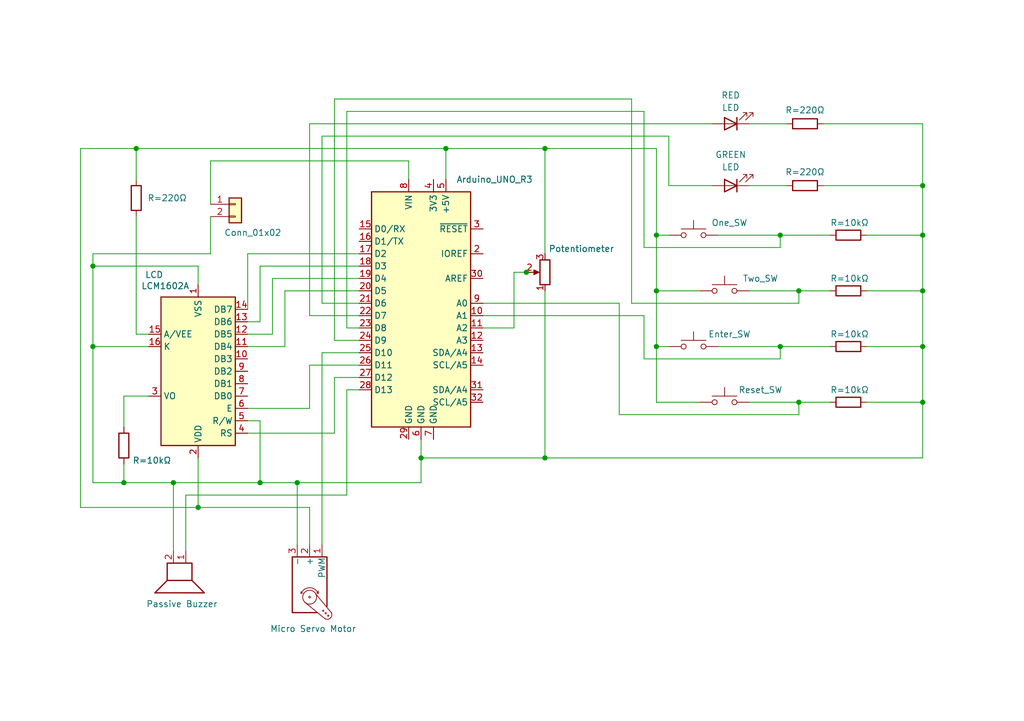
<source format=kicad_sch>
(kicad_sch (version 20250114) (generator "eeschema") (generator_version "9.0")
  (paper "A5")
  (title_block (title "Arduino Dual-Lock Safe") (date "2025/12/04") (company "Tomoya Y"))
  (lib_symbols
    (symbol "Connector_Generic:Conn_01x02" (pin_names (offset 1.016) (hide yes))
      (property "Reference" "J" (at 0 2.54 0))
      (property "Value" "Conn_01x02" (at 0 -5.08 0))
      (symbol "Conn_01x02_1_1"
        (rectangle (start -1.27 1.27) (end 1.27 -3.81) (stroke (width 0.254)) (fill (type background)))
        (rectangle (start -1.27 0.127) (end 0 -0.127) (stroke (width 0.1524)))
        (rectangle (start -1.27 -2.413) (end 0 -2.667) (stroke (width 0.1524)))
        (pin passive line (at -5.08 0 0) (length 3.81) (name "Pin_1") (number "1"))
        (pin passive line (at -5.08 -2.54 0) (length 3.81) (name "Pin_2") (number "2"))
      )
    )
    (symbol "Device:LED" (pin_numbers (hide yes)) (pin_names (offset 1.016) (hide yes))
      (property "Reference" "D" (at 0 2.54 0))
      (property "Value" "LED" (at 0 -2.54 0))
      (symbol "LED_0_1"
        (polyline (pts (xy -3.048 -0.762) (xy -4.572 -2.286) (xy -3.81 -2.286) (xy -4.572 -2.286) (xy -4.572 -1.524)))
        (polyline (pts (xy -1.778 -0.762) (xy -3.302 -2.286) (xy -2.54 -2.286) (xy -3.302 -2.286) (xy -3.302 -1.524)))
        (polyline (pts (xy -1.27 0) (xy 1.27 0)))
        (polyline (pts (xy -1.27 -1.27) (xy -1.27 1.27)) (stroke (width 0.254)))
        (polyline (pts (xy 1.27 -1.27) (xy 1.27 1.27) (xy -1.27 0) (xy 1.27 -1.27)) (stroke (width 0.254)))
      )
      (symbol "LED_1_1"
        (pin passive line (at -3.81 0 0) (length 2.54) (name "K") (number "1"))
        (pin passive line (at 3.81 0 180) (length 2.54) (name "A") (number "2"))
      )
    )
    (symbol "Device:R" (pin_numbers (hide yes)) (pin_names (offset 0))
      (property "Reference" "R" (at 2.032 0 90))
      (property "Value" "R" (at 0 0 90))
      (symbol "R_0_1"
        (rectangle (start -1.016 -2.54) (end 1.016 2.54) (stroke (width 0.254)))
      )
      (symbol "R_1_1"
        (pin passive line (at 0 3.81 270) (length 1.27) (name "~") (number "1"))
        (pin passive line (at 0 -3.81 90) (length 1.27) (name "~") (number "2"))
      )
    )
    (symbol "Device:R_Potentiometer" (pin_names (offset 1.016) (hide yes))
      (property "Reference" "RV" (at -4.445 0 90))
      (property "Value" "R_Potentiometer" (at -2.54 0 90))
      (symbol "R_Potentiometer_0_1"
        (rectangle (start 1.016 2.54) (end -1.016 -2.54) (stroke (width 0.254)))
        (polyline (pts (xy 1.143 0) (xy 2.286 0.508) (xy 2.286 -0.508) (xy 1.143 0)) (fill (type outline)))
        (polyline (pts (xy 2.54 0) (xy 1.524 0)))
      )
      (symbol "R_Potentiometer_1_1"
        (pin passive line (at 0 3.81 270) (length 1.27) (name "1") (number "1"))
        (pin passive line (at 0 -3.81 90) (length 1.27) (name "3") (number "3"))
        (pin passive line (at 3.81 0 180) (length 1.27) (name "2") (number "2"))
      )
    )
    (symbol "Device:Speaker" (pin_names (offset 0) (hide yes))
      (property "Reference" "LS" (at 1.27 5.715 0))
      (property "Value" "Speaker" (at 1.27 3.81 0))
      (symbol "Speaker_0_0"
        (rectangle (start -2.54 1.27) (end 1.016 -3.81) (stroke (width 0.254)))
        (polyline (pts (xy 1.016 1.27) (xy 3.556 3.81) (xy 3.556 -6.35) (xy 1.016 -3.81)) (stroke (width 0.254)))
      )
      (symbol "Speaker_1_1"
        (pin input line (at -5.08 0 0) (length 2.54) (name "1") (number "1"))
        (pin input line (at -5.08 -2.54 0) (length 2.54) (name "2") (number "2"))
      )
    )
    (symbol "Display_Character:RC1602A"
      (property "Reference" "U" (at -6.35 16.51 0))
      (property "Value" "RC1602A" (at 2.794 16.51 0))
      (symbol "RC1602A_0_1"
        (rectangle (start -7.62 15.24) (end 7.62 -15.24) (stroke (width 0.254)) (fill (type background)))
      )
      (symbol "RC1602A_1_1"
        (pin input line (at -10.16 12.7 0) (length 2.54) (name "RS") (number "4"))
        (pin input line (at -10.16 10.16 0) (length 2.54) (name "R/W") (number "5"))
        (pin input line (at -10.16 7.62 0) (length 2.54) (name "E") (number "6"))
        (pin bidirectional line (at -10.16 5.08 0) (length 2.54) (name "DB0") (number "7"))
        (pin bidirectional line (at -10.16 2.54 0) (length 2.54) (name "DB1") (number "8"))
        (pin bidirectional line (at -10.16 0 0) (length 2.54) (name "DB2") (number "9"))
        (pin bidirectional line (at -10.16 -2.54 0) (length 2.54) (name "DB3") (number "10"))
        (pin bidirectional line (at -10.16 -5.08 0) (length 2.54) (name "DB4") (number "11"))
        (pin bidirectional line (at -10.16 -7.62 0) (length 2.54) (name "DB5") (number "12"))
        (pin bidirectional line (at -10.16 -10.16 0) (length 2.54) (name "DB6") (number "13"))
        (pin bidirectional line (at -10.16 -12.7 0) (length 2.54) (name "DB7") (number "14"))
        (pin power_in line (at 0 17.78 270) (length 2.54) (name "VDD") (number "2"))
        (pin power_in line (at 0 -17.78 90) (length 2.54) (name "VSS") (number "1"))
        (pin power_in line (at 10.16 5.08 180) (length 2.54) (name "VO") (number "3"))
        (pin power_in line (at 10.16 -5.08 180) (length 2.54) (name "K") (number "16"))
        (pin power_in line (at 10.16 -7.62 180) (length 2.54) (name "A/VEE") (number "15"))
      )
    )
    (symbol "LED_1" (pin_numbers (hide yes)) (pin_names (offset 1.016) (hide yes))
      (property "Reference" "D" (at 0 2.54 0))
      (property "Value" "LED" (at 0 -2.54 0))
      (symbol "LED_1_0_1"
        (polyline (pts (xy -3.048 -0.762) (xy -4.572 -2.286) (xy -3.81 -2.286) (xy -4.572 -2.286) (xy -4.572 -1.524)))
        (polyline (pts (xy -1.778 -0.762) (xy -3.302 -2.286) (xy -2.54 -2.286) (xy -3.302 -2.286) (xy -3.302 -1.524)))
        (polyline (pts (xy -1.27 0) (xy 1.27 0)))
        (polyline (pts (xy -1.27 -1.27) (xy -1.27 1.27)) (stroke (width 0.254)))
        (polyline (pts (xy 1.27 -1.27) (xy 1.27 1.27) (xy -1.27 0) (xy 1.27 -1.27)) (stroke (width 0.254)))
      )
      (symbol "LED_1_1_1"
        (pin passive line (at -3.81 0 0) (length 2.54) (name "K") (number "1"))
        (pin passive line (at 3.81 0 180) (length 2.54) (name "A") (number "2"))
      )
    )
    (symbol "MCU_Module:Arduino_UNO_R3"
      (property "Reference" "A" (at -10.16 23.495 0))
      (property "Value" "Arduino_UNO_R3" (at 5.08 -26.67 0))
      (symbol "Arduino_UNO_R3_0_1"
        (rectangle (start -10.16 22.86) (end 10.16 -25.4) (stroke (width 0.254)) (fill (type background)))
      )
      (symbol "Arduino_UNO_R3_1_1"
        (pin bidirectional line (at -12.7 15.24 0) (length 2.54) (name "D0/RX") (number "15"))
        (pin bidirectional line (at -12.7 12.7 0) (length 2.54) (name "D1/TX") (number "16"))
        (pin bidirectional line (at -12.7 10.16 0) (length 2.54) (name "D2") (number "17"))
        (pin bidirectional line (at -12.7 7.62 0) (length 2.54) (name "D3") (number "18"))
        (pin bidirectional line (at -12.7 5.08 0) (length 2.54) (name "D4") (number "19"))
        (pin bidirectional line (at -12.7 2.54 0) (length 2.54) (name "D5") (number "20"))
        (pin bidirectional line (at -12.7 0 0) (length 2.54) (name "D6") (number "21"))
        (pin bidirectional line (at -12.7 -2.54 0) (length 2.54) (name "D7") (number "22"))
        (pin bidirectional line (at -12.7 -5.08 0) (length 2.54) (name "D8") (number "23"))
        (pin bidirectional line (at -12.7 -7.62 0) (length 2.54) (name "D9") (number "24"))
        (pin bidirectional line (at -12.7 -10.16 0) (length 2.54) (name "D10") (number "25"))
        (pin bidirectional line (at -12.7 -12.7 0) (length 2.54) (name "D11") (number "26"))
        (pin bidirectional line (at -12.7 -15.24 0) (length 2.54) (name "D12") (number "27"))
        (pin bidirectional line (at -12.7 -17.78 0) (length 2.54) (name "D13") (number "28"))
        (pin no_connect line (at -10.16 -20.32 0) (length 2.54) (hide yes) (name "NC") (number "1"))
        (pin power_in line (at -2.54 25.4 270) (length 2.54) (name "VIN") (number "8"))
        (pin power_in line (at -2.54 -27.94 90) (length 2.54) (name "GND") (number "29"))
        (pin power_in line (at 0 -27.94 90) (length 2.54) (name "GND") (number "6"))
        (pin power_out line (at 2.54 25.4 270) (length 2.54) (name "3V3") (number "4"))
        (pin power_in line (at 2.54 -27.94 90) (length 2.54) (name "GND") (number "7"))
        (pin power_out line (at 5.08 25.4 270) (length 2.54) (name "+5V") (number "5"))
        (pin input line (at 12.7 15.24 180) (length 2.54) (name "~{RESET}") (number "3"))
        (pin output line (at 12.7 10.16 180) (length 2.54) (name "IOREF") (number "2"))
        (pin input line (at 12.7 5.08 180) (length 2.54) (name "AREF") (number "30"))
        (pin bidirectional line (at 12.7 0 180) (length 2.54) (name "A0") (number "9"))
        (pin bidirectional line (at 12.7 -2.54 180) (length 2.54) (name "A1") (number "10"))
        (pin bidirectional line (at 12.7 -5.08 180) (length 2.54) (name "A2") (number "11"))
        (pin bidirectional line (at 12.7 -7.62 180) (length 2.54) (name "A3") (number "12"))
        (pin bidirectional line (at 12.7 -10.16 180) (length 2.54) (name "SDA/A4") (number "13"))
        (pin bidirectional line (at 12.7 -12.7 180) (length 2.54) (name "SCL/A5") (number "14"))
        (pin bidirectional line (at 12.7 -17.78 180) (length 2.54) (name "SDA/A4") (number "31"))
        (pin bidirectional line (at 12.7 -20.32 180) (length 2.54) (name "SCL/A5") (number "32"))
      )
    )
    (symbol "Motor:Motor_Servo" (pin_names (offset 0.0254))
      (property "Reference" "M" (at -5.08 4.445 0))
      (property "Value" "Motor_Servo" (at -5.08 -4.064 0))
      (symbol "Motor_Servo_0_1"
        (polyline (pts (xy 2.413 1.778) (xy 1.905 1.778)))
        (polyline (pts (xy 2.413 1.778) (xy 2.286 1.397)))
        (polyline (pts (xy 2.413 -1.778) (xy 2.032 -1.778)))
        (polyline (pts (xy 2.413 -1.778) (xy 2.286 -1.397)))
        (arc (start 2.413 -1.778) (mid 1.2406 0) (end 2.413 1.778))
        (circle (center 3.175 0) (radius 0.1778))
        (circle (center 3.175 0) (radius 1.4224))
        (polyline (pts (xy 5.08 3.556) (xy -5.08 3.556) (xy -5.08 -3.556) (xy 6.35 -3.556) (xy 6.35 1.524)) (stroke (width 0.254)))
        (circle (center 5.969 2.794) (radius 0.127))
        (polyline (pts (xy 6.35 4.445) (xy 2.54 1.27)))
        (circle (center 6.477 3.302) (radius 0.127))
        (arc (start 6.35 4.445) (mid 7.4487 4.2737) (end 7.62 3.175))
        (circle (center 6.985 3.81) (radius 0.127))
        (polyline (pts (xy 7.62 3.175) (xy 4.191 -1.016)))
      )
      (symbol "Motor_Servo_1_1"
        (pin passive line (at -7.62 2.54 0) (length 2.54) (name "PWM") (number "1"))
        (pin passive line (at -7.62 0 0) (length 2.54) (name "+") (number "2"))
        (pin passive line (at -7.62 -2.54 0) (length 2.54) (name "-") (number "3"))
      )
    )
    (symbol "Switch:SW_Push" (pin_numbers (hide yes)) (pin_names (offset 1.016) (hide yes))
      (property "Reference" "SW" (at 1.27 2.54 0))
      (property "Value" "SW_Push" (at 0 -1.524 0))
      (symbol "SW_Push_0_1"
        (circle (center -2.032 0) (radius 0.508))
        (polyline (pts (xy 0 1.27) (xy 0 3.048)))
        (circle (center 2.032 0) (radius 0.508))
        (polyline (pts (xy 2.54 1.27) (xy -2.54 1.27)))
        (pin passive line (at -5.08 0 0) (length 2.54) (name "1") (number "1"))
        (pin passive line (at 5.08 0 180) (length 2.54) (name "2") (number "2"))
      )
    )
  )
  (junction (at 25.4 99.06))
  (junction (at 53.34 99.06))
  (junction (at 189.23 59.69))
  (junction (at 86.36 93.98))
  (junction (at 163.83 82.55))
  (junction (at 35.56 99.06))
  (junction (at 19.05 54.61))
  (junction (at 19.05 71.12))
  (junction (at 111.76 93.98))
  (junction (at 27.94 30.48))
  (junction (at 91.44 30.48))
  (junction (at 40.64 104.14))
  (junction (at 189.23 71.12))
  (junction (at 111.76 30.48))
  (junction (at 134.62 48.26))
  (junction (at 107.95 55.88))
  (junction (at 134.62 59.69))
  (junction (at 160.02 71.12))
  (junction (at 134.62 71.12))
  (junction (at 189.23 82.55))
  (junction (at 60.96 99.06))
  (junction (at 160.02 48.26))
  (junction (at 189.23 38.1))
  (junction (at 163.83 59.69))
  (junction (at 189.23 48.26))
  (wire (pts (xy 60.96 99.06) (xy 86.36 99.06)))
  (wire (pts (xy 147.32 71.12) (xy 160.02 71.12)))
  (wire (pts (xy 30.48 81.28) (xy 25.4 81.28)))
  (wire (pts (xy 137.16 38.1) (xy 137.16 27.94)))
  (wire (pts (xy 132.08 50.8) (xy 160.02 50.8)))
  (wire (pts (xy 146.05 25.4) (xy 63.5 25.4)))
  (wire (pts (xy 137.16 27.94) (xy 66.04 27.94)))
  (wire (pts (xy 163.83 62.23) (xy 163.83 59.69)))
  (wire (pts (xy 111.76 59.69) (xy 111.76 93.98)))
  (wire (pts (xy 19.05 52.07) (xy 19.05 54.61)))
  (wire (pts (xy 19.05 99.06) (xy 25.4 99.06)))
  (wire (pts (xy 143.51 82.55) (xy 134.62 82.55)))
  (wire (pts (xy 27.94 44.45) (xy 27.94 68.58)))
  (wire (pts (xy 129.54 62.23) (xy 163.83 62.23)))
  (wire (pts (xy 73.66 69.85) (xy 68.58 69.85)))
  (wire (pts (xy 111.76 30.48) (xy 111.76 52.07)))
  (wire (pts (xy 40.64 54.61) (xy 19.05 54.61)))
  (wire (pts (xy 107.95 55.88) (xy 109.22 55.88)))
  (wire (pts (xy 177.8 82.55) (xy 189.23 82.55)))
  (wire (pts (xy 50.8 71.12) (xy 58.42 71.12)))
  (wire (pts (xy 25.4 95.25) (xy 25.4 99.06)))
  (wire (pts (xy 189.23 82.55) (xy 189.23 71.12)))
  (wire (pts (xy 63.5 64.77) (xy 73.66 64.77)))
  (wire (pts (xy 19.05 71.12) (xy 30.48 71.12)))
  (wire (pts (xy 163.83 82.55) (xy 170.18 82.55)))
  (wire (pts (xy 55.88 57.15) (xy 73.66 57.15)))
  (wire (pts (xy 16.51 104.14) (xy 40.64 104.14)))
  (wire (pts (xy 132.08 22.86) (xy 132.08 50.8)))
  (wire (pts (xy 177.8 48.26) (xy 189.23 48.26)))
  (wire (pts (xy 168.91 38.1) (xy 189.23 38.1)))
  (wire (pts (xy 68.58 69.85) (xy 68.58 20.32)))
  (wire (pts (xy 189.23 48.26) (xy 189.23 38.1)))
  (wire (pts (xy 73.66 74.93) (xy 63.5 74.93)))
  (wire (pts (xy 111.76 93.98) (xy 189.23 93.98)))
  (wire (pts (xy 99.06 67.31) (xy 105.41 67.31)))
  (wire (pts (xy 63.5 104.14) (xy 63.5 111.76)))
  (wire (pts (xy 132.08 64.77) (xy 132.08 73.66)))
  (wire (pts (xy 50.8 66.04) (xy 53.34 66.04)))
  (wire (pts (xy 127 62.23) (xy 127 85.09)))
  (wire (pts (xy 99.06 64.77) (xy 132.08 64.77)))
  (wire (pts (xy 132.08 73.66) (xy 160.02 73.66)))
  (wire (pts (xy 73.66 80.01) (xy 71.12 80.01)))
  (wire (pts (xy 68.58 77.47) (xy 68.58 88.9)))
  (wire (pts (xy 91.44 36.83) (xy 91.44 30.48)))
  (wire (pts (xy 160.02 71.12) (xy 170.18 71.12)))
  (wire (pts (xy 43.18 41.91) (xy 43.18 33.02)))
  (wire (pts (xy 163.83 59.69) (xy 170.18 59.69)))
  (wire (pts (xy 73.66 77.47) (xy 68.58 77.47)))
  (wire (pts (xy 66.04 62.23) (xy 73.66 62.23)))
  (wire (pts (xy 27.94 30.48) (xy 27.94 36.83)))
  (wire (pts (xy 189.23 93.98) (xy 189.23 82.55)))
  (wire (pts (xy 99.06 62.23) (xy 127 62.23)))
  (wire (pts (xy 153.67 59.69) (xy 163.83 59.69)))
  (wire (pts (xy 134.62 71.12) (xy 137.16 71.12)))
  (wire (pts (xy 58.42 59.69) (xy 73.66 59.69)))
  (wire (pts (xy 71.12 80.01) (xy 71.12 101.6)))
  (wire (pts (xy 160.02 73.66) (xy 160.02 71.12)))
  (wire (pts (xy 66.04 111.76) (xy 66.04 72.39)))
  (wire (pts (xy 86.36 90.17) (xy 86.36 93.98)))
  (wire (pts (xy 189.23 38.1) (xy 189.23 25.4)))
  (wire (pts (xy 129.54 20.32) (xy 129.54 62.23)))
  (wire (pts (xy 53.34 54.61) (xy 73.66 54.61)))
  (wire (pts (xy 53.34 66.04) (xy 53.34 54.61)))
  (wire (pts (xy 160.02 48.26) (xy 170.18 48.26)))
  (wire (pts (xy 91.44 30.48) (xy 27.94 30.48)))
  (wire (pts (xy 53.34 86.36) (xy 53.34 99.06)))
  (wire (pts (xy 83.82 33.02) (xy 83.82 36.83)))
  (wire (pts (xy 153.67 38.1) (xy 161.29 38.1)))
  (wire (pts (xy 58.42 71.12) (xy 58.42 59.69)))
  (wire (pts (xy 16.51 30.48) (xy 16.51 104.14)))
  (wire (pts (xy 160.02 50.8) (xy 160.02 48.26)))
  (wire (pts (xy 50.8 52.07) (xy 73.66 52.07)))
  (wire (pts (xy 147.32 48.26) (xy 160.02 48.26)))
  (wire (pts (xy 73.66 67.31) (xy 71.12 67.31)))
  (wire (pts (xy 25.4 81.28) (xy 25.4 87.63)))
  (wire (pts (xy 189.23 59.69) (xy 189.23 48.26)))
  (wire (pts (xy 63.5 74.93) (xy 63.5 83.82)))
  (wire (pts (xy 168.91 25.4) (xy 189.23 25.4)))
  (wire (pts (xy 68.58 20.32) (xy 129.54 20.32)))
  (wire (pts (xy 43.18 44.45) (xy 43.18 52.07)))
  (wire (pts (xy 71.12 101.6) (xy 38.1 101.6)))
  (wire (pts (xy 27.94 68.58) (xy 30.48 68.58)))
  (wire (pts (xy 146.05 38.1) (xy 137.16 38.1)))
  (wire (pts (xy 19.05 54.61) (xy 19.05 71.12)))
  (wire (pts (xy 153.67 25.4) (xy 161.29 25.4)))
  (wire (pts (xy 50.8 83.82) (xy 63.5 83.82)))
  (wire (pts (xy 55.88 68.58) (xy 55.88 57.15)))
  (wire (pts (xy 19.05 71.12) (xy 19.05 99.06)))
  (wire (pts (xy 86.36 93.98) (xy 86.36 99.06)))
  (wire (pts (xy 40.64 58.42) (xy 40.64 54.61)))
  (wire (pts (xy 35.56 99.06) (xy 35.56 113.03)))
  (wire (pts (xy 134.62 48.26) (xy 134.62 59.69)))
  (wire (pts (xy 53.34 99.06) (xy 60.96 99.06)))
  (wire (pts (xy 50.8 86.36) (xy 53.34 86.36)))
  (wire (pts (xy 163.83 85.09) (xy 163.83 82.55)))
  (wire (pts (xy 71.12 67.31) (xy 71.12 22.86)))
  (wire (pts (xy 38.1 101.6) (xy 38.1 113.03)))
  (wire (pts (xy 189.23 71.12) (xy 189.23 59.69)))
  (wire (pts (xy 86.36 93.98) (xy 111.76 93.98)))
  (wire (pts (xy 134.62 30.48) (xy 134.62 48.26)))
  (wire (pts (xy 43.18 33.02) (xy 83.82 33.02)))
  (wire (pts (xy 66.04 72.39) (xy 73.66 72.39)))
  (wire (pts (xy 153.67 82.55) (xy 163.83 82.55)))
  (wire (pts (xy 105.41 55.88) (xy 107.95 55.88)))
  (wire (pts (xy 25.4 99.06) (xy 35.56 99.06)))
  (wire (pts (xy 134.62 71.12) (xy 134.62 82.55)))
  (wire (pts (xy 66.04 27.94) (xy 66.04 62.23)))
  (wire (pts (xy 35.56 99.06) (xy 53.34 99.06)))
  (wire (pts (xy 134.62 48.26) (xy 137.16 48.26)))
  (wire (pts (xy 127 85.09) (xy 163.83 85.09)))
  (wire (pts (xy 177.8 59.69) (xy 189.23 59.69)))
  (wire (pts (xy 50.8 88.9) (xy 68.58 88.9)))
  (wire (pts (xy 91.44 30.48) (xy 111.76 30.48)))
  (wire (pts (xy 177.8 71.12) (xy 189.23 71.12)))
  (wire (pts (xy 27.94 30.48) (xy 16.51 30.48)))
  (wire (pts (xy 43.18 52.07) (xy 19.05 52.07)))
  (wire (pts (xy 60.96 99.06) (xy 60.96 111.76)))
  (wire (pts (xy 40.64 104.14) (xy 63.5 104.14)))
  (wire (pts (xy 63.5 25.4) (xy 63.5 64.77)))
  (wire (pts (xy 50.8 63.5) (xy 50.8 52.07)))
  (wire (pts (xy 40.64 93.98) (xy 40.64 104.14)))
  (wire (pts (xy 134.62 59.69) (xy 134.62 71.12)))
  (wire (pts (xy 71.12 22.86) (xy 132.08 22.86)))
  (wire (pts (xy 50.8 68.58) (xy 55.88 68.58)))
  (wire (pts (xy 111.76 30.48) (xy 134.62 30.48)))
  (wire (pts (xy 134.62 59.69) (xy 143.51 59.69)))
  (wire (pts (xy 105.41 67.31) (xy 105.41 55.88)))
  (symbol (lib_id "Connector_Generic:Conn_01x02") (at 48.26 41.91 0) (unit 1)
    (property "Reference" "J1" (effects (hide yes)))
    (property "Value" "Conn_01x02" (at 45.974 47.752 0) (effects (justify left)))
    (property "Description" "Generic connector, single row, 01x02, script generated (kicad-library-utils/schlib/autogen/connector/)" (effects (hide yes)))
  )
  (symbol (lib_id "Switch:SW_Push") (at 142.24 71.12 0) (unit 1)
    (property "Reference" "SW3" (effects (hide yes)))
    (property "Value" "Enter_SW" (at 149.606 68.58 0))
    (property "Description" "Push button switch, generic, two pins" (effects (hide yes)))
  )
  (symbol (lib_id "Device:R") (at 165.1 38.1 90) (unit 1)
    (property "Reference" "R3" (effects (hide yes)))
    (property "Value" "R=220Ω" (at 165.1 35.306 90))
    (property "Description" "Resistor" (effects (hide yes)))
  )
  (symbol (lib_id "Device:R") (at 27.94 40.64 0) (unit 1)
    (property "Reference" "R8" (effects (hide yes)))
    (property "Value" "R=220Ω" (at 30.226 40.64 0) (effects (justify left)))
    (property "Description" "Resistor" (effects (hide yes)))
  )
  (symbol (lib_id "Device:R") (at 165.1 25.4 90) (unit 1)
    (property "Reference" "R2" (effects (hide yes)))
    (property "Value" "R=220Ω" (at 165.1 22.606 90))
    (property "Description" "Resistor" (effects (hide yes)))
  )
  (symbol (lib_id "Switch:SW_Push") (at 148.59 59.69 0) (unit 1)
    (property "Reference" "SW2" (effects (hide yes)))
    (property "Value" "Two_SW" (at 155.956 57.15 0))
    (property "Description" "Push button switch, generic, two pins" (effects (hide yes)))
  )
  (symbol (lib_id "Device:R") (at 173.99 48.26 90) (unit 1)
    (property "Reference" "R4" (effects (hide yes)))
    (property "Value" "R=10kΩ" (at 174.244 45.72 90))
    (property "Description" "Resistor" (effects (hide yes)))
  )
  (symbol (lib_name "LED_1") (lib_id "Device:LED") (at 149.86 25.4 180) (unit 1)
    (property "Reference" "RED" (at 149.86 19.558 0))
    (property "Value" "LED" (at 149.86 22.098 0))
    (property "Description" "Light emitting diode" (effects (hide yes)))
    (property "Sim.Pins" "1=K 2=A" (effects (hide yes)))
  )
  (symbol (lib_id "Device:R") (at 173.99 71.12 90) (unit 1)
    (property "Reference" "R6" (effects (hide yes)))
    (property "Value" "R=10kΩ" (at 174.244 68.58 90))
    (property "Description" "Resistor" (effects (hide yes)))
  )
  (symbol (lib_id "Device:LED") (at 149.86 38.1 180) (unit 1)
    (property "Reference" "GREEN" (at 149.86 31.75 0))
    (property "Value" "LED" (at 149.86 34.29 0))
    (property "Description" "Light emitting diode" (effects (hide yes)))
    (property "Sim.Pins" "1=K 2=A" (effects (hide yes)))
  )
  (symbol (lib_id "Device:R") (at 173.99 59.69 90) (unit 1)
    (property "Reference" "R5" (effects (hide yes)))
    (property "Value" "R=10kΩ" (at 174.244 57.15 90))
    (property "Description" "Resistor" (effects (hide yes)))
  )
  (symbol (lib_id "MCU_Module:Arduino_UNO_R3") (at 86.36 62.23 0) (unit 1)
    (property "Reference" "A1" (effects (hide yes)))
    (property "Value" "Arduino_UNO_R3" (at 93.5833 36.83 0) (effects (justify left)))
    (property "Footprint" "Module:Arduino_UNO_R3" (effects (hide yes)))
    (property "Datasheet" "https://www.arduino.cc/en/Main/arduinoBoardUno" (effects (hide yes)))
    (property "Description" "Arduino UNO Microcontroller Module, release 3" (effects (hide yes)))
  )
  (symbol (lib_id "Display_Character:RC1602A") (at 40.64 76.2 180) (unit 1)
    (property "Reference" "LCD" (at 29.718 56.388 0) (effects (justify right)))
    (property "Value" "LCM1602A" (at 28.956 58.674 0) (effects (justify right)))
    (property "Footprint" "Display:RC1602A" (effects (hide yes)))
    (property "Datasheet" "http://www.raystar-optronics.com/down.php?ProID=18" (effects (hide yes)))
    (property "Description" "LCD 16x2 Alphanumeric gray backlight, 3 or 5V VDD" (effects (hide yes)))
  )
  (symbol (lib_id "Device:R") (at 173.99 82.55 90) (unit 1)
    (property "Reference" "R7" (effects (hide yes)))
    (property "Value" "R=10kΩ" (at 174.244 80.01 90))
    (property "Description" "Resistor" (effects (hide yes)))
  )
  (symbol (lib_id "Switch:SW_Push") (at 142.24 48.26 0) (unit 1)
    (property "Reference" "SW1" (effects (hide yes)))
    (property "Value" "One_SW" (at 149.606 45.72 0))
    (property "Description" "Push button switch, generic, two pins" (effects (hide yes)))
  )
  (symbol (lib_id "Device:R_Potentiometer") (at 111.76 55.88 180) (unit 1)
    (property "Reference" "RV1" (effects (hide yes)))
    (property "Value" "Potentiometer" (at 112.522 51.054 0) (effects (justify right)))
    (property "Description" "Potentiometer" (effects (hide yes)))
  )
  (symbol (lib_id "Switch:SW_Push") (at 148.59 82.55 0) (unit 1)
    (property "Reference" "SW4" (effects (hide yes)))
    (property "Value" "Reset_SW" (at 155.956 80.01 0))
    (property "Description" "Push button switch, generic, two pins" (effects (hide yes)))
  )
  (symbol (lib_id "Motor:Motor_Servo") (at 63.5 119.38 270) (unit 1)
    (property "Reference" "M1" (effects (hide yes)))
    (property "Value" "Micro Servo Motor" (at 55.372 129.032 90) (effects (justify left)))
    (property "Datasheet" "http://forums.parallax.com/uploads/attachments/46831/74481.png" (effects (hide yes)))
    (property "Description" "Servo Motor (Futaba, HiTec, JR connector)" (effects (hide yes)))
  )
  (symbol (lib_id "Device:R") (at 25.4 91.44 0) (unit 1)
    (property "Reference" "R1" (effects (hide yes)))
    (property "Value" "R=10kΩ" (at 27.178 94.488 0) (effects (justify left)))
    (property "Description" "Resistor" (effects (hide yes)))
  )
  (symbol (lib_id "Device:Speaker") (at 38.1 118.11 270) (unit 1)
    (property "Reference" "LS1" (effects (hide yes)))
    (property "Value" "Passive Buzzer" (at 29.972 123.952 90) (effects (justify left)))
    (property "Description" "Speaker" (effects (hide yes)))
  )
)
</source>
